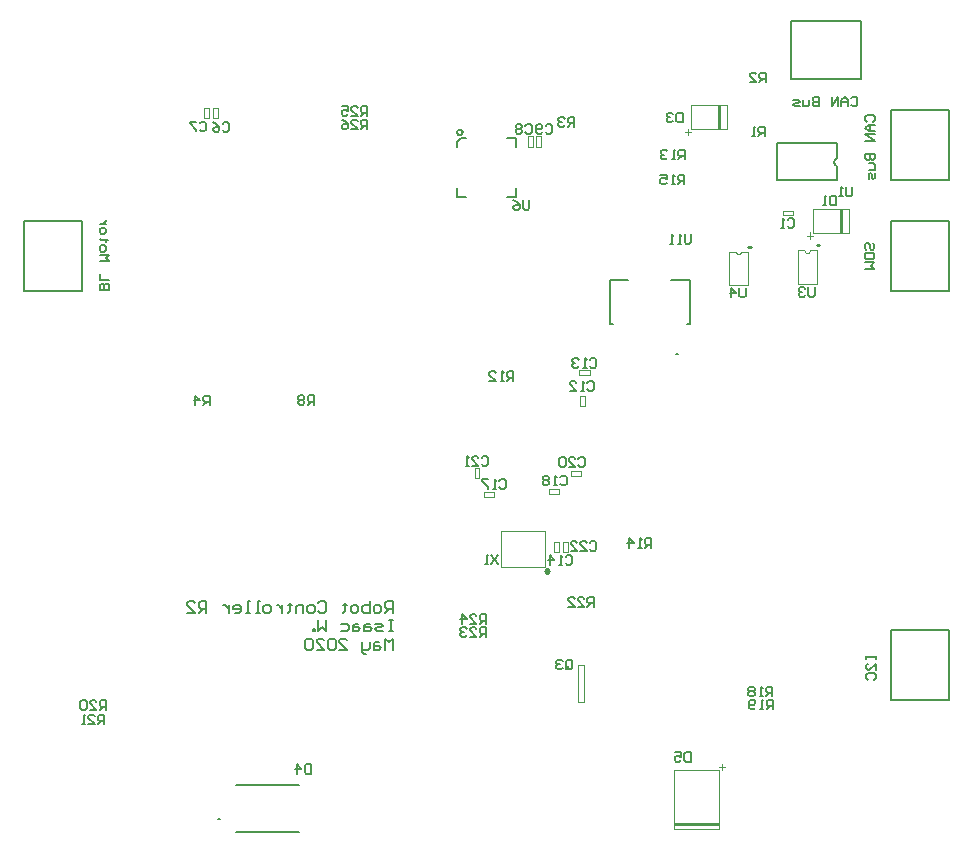
<source format=gbo>
G04*
G04 #@! TF.GenerationSoftware,Altium Limited,Altium Designer,20.1.8 (145)*
G04*
G04 Layer_Color=32896*
%FSLAX25Y25*%
%MOIN*%
G70*
G04*
G04 #@! TF.SameCoordinates,80DC2721-EA0D-41AB-A6B1-568E3CCDEEEF*
G04*
G04*
G04 #@! TF.FilePolarity,Positive*
G04*
G01*
G75*
%ADD10C,0.01000*%
%ADD11C,0.01000*%
%ADD12C,0.00787*%
%ADD13C,0.00394*%
%ADD14C,0.00700*%
%ADD15C,0.00197*%
%ADD16C,0.00600*%
%ADD17C,0.00500*%
%ADD169R,0.15000X0.01000*%
D10*
X276812Y228767D02*
X276141Y229438D01*
X275470Y228767D01*
X276141Y228096D01*
X276812Y228767D01*
X343996Y336811D02*
X343209D01*
X343996D01*
X366831Y337205D02*
X366043D01*
X366831D01*
D11*
X276341Y228767D02*
D03*
D12*
X372854Y366211D02*
X371970Y365844D01*
X371604Y364961D01*
X371970Y364077D01*
X372854Y363711D01*
X319843Y301189D02*
X319055D01*
X319843D01*
X167150Y145984D02*
X166362D01*
X167150D01*
X101868Y345325D02*
X121068D01*
X101868Y322025D02*
Y345325D01*
Y322025D02*
X121068D01*
Y345325D01*
X372854Y358931D02*
Y363711D01*
Y366211D02*
Y371431D01*
X352854D02*
X372854D01*
X352854Y358931D02*
Y371431D01*
Y358931D02*
X372854D01*
X390744Y322021D02*
Y345321D01*
X409944D01*
Y322021D02*
Y345321D01*
X390744Y322021D02*
X409944D01*
X390744Y185761D02*
Y209061D01*
X409944D01*
Y185761D02*
Y209061D01*
X390744Y185761D02*
X409944D01*
X357331Y392712D02*
X380631D01*
X357331D02*
Y411912D01*
X380631D01*
Y392712D02*
Y411912D01*
X390744Y358989D02*
Y382289D01*
X409944D01*
Y358989D02*
Y382289D01*
X390744Y358989D02*
X409944D01*
D13*
X339026Y335138D02*
X339493Y334328D01*
X340428D01*
X340896Y335138D01*
X361860Y335531D02*
X362328Y334722D01*
X363263D01*
X363730Y335531D01*
X260741Y242167D02*
X269833D01*
X266388D02*
X275441D01*
Y230167D02*
Y242167D01*
X260741Y230167D02*
X275441D01*
X260741D02*
Y242167D01*
X362669Y340474D02*
X364869D01*
X363769Y339374D02*
Y341574D01*
X364769Y341437D02*
Y343006D01*
Y341437D02*
X376869D01*
Y349311D01*
X364769D02*
X376869D01*
X364769Y343006D02*
Y349311D01*
X374369Y341437D02*
Y349174D01*
X374069Y341537D02*
Y349274D01*
X373769Y341537D02*
Y349274D01*
X340896Y335138D02*
X343209D01*
X336910Y323917D02*
X343209D01*
Y335138D01*
X336910Y323917D02*
Y335138D01*
X339026D01*
X363730Y335531D02*
X366043D01*
X359744Y324311D02*
X366043D01*
Y335531D01*
X359744Y324311D02*
Y335531D01*
X361860D01*
X321921Y375021D02*
X324121D01*
X323021Y373921D02*
Y376121D01*
X324021Y375984D02*
Y377554D01*
Y375984D02*
X336121D01*
Y383858D01*
X324021D02*
X336121D01*
X324021Y377554D02*
Y383858D01*
X333621Y375984D02*
Y383721D01*
X333321Y376084D02*
Y383821D01*
X333021Y376084D02*
Y383821D01*
X288360Y185140D02*
Y197440D01*
X286260Y185140D02*
X288360D01*
X286260D02*
Y197440D01*
X288360D01*
X318484Y143904D02*
X333484D01*
X325984Y142524D02*
X333484D01*
Y162284D01*
X318484D02*
X333484D01*
X318484Y142524D02*
Y162284D01*
Y142524D02*
X325984D01*
X334384Y162504D02*
Y164403D01*
X333384Y163504D02*
X335284D01*
D14*
X224595Y214837D02*
Y218636D01*
X222696D01*
X222063Y218003D01*
Y216736D01*
X222696Y216103D01*
X224595D01*
X223329D02*
X222063Y214837D01*
X220163D02*
X218897D01*
X218264Y215470D01*
Y216736D01*
X218897Y217370D01*
X220163D01*
X220796Y216736D01*
Y215470D01*
X220163Y214837D01*
X216998Y218636D02*
Y214837D01*
X215098D01*
X214465Y215470D01*
Y216103D01*
Y216736D01*
X215098Y217370D01*
X216998D01*
X212566Y214837D02*
X211300D01*
X210666Y215470D01*
Y216736D01*
X211300Y217370D01*
X212566D01*
X213199Y216736D01*
Y215470D01*
X212566Y214837D01*
X208767Y218003D02*
Y217370D01*
X209400D01*
X208134D01*
X208767D01*
Y215470D01*
X208134Y214837D01*
X199903Y218003D02*
X200536Y218636D01*
X201803D01*
X202436Y218003D01*
Y215470D01*
X201803Y214837D01*
X200536D01*
X199903Y215470D01*
X198004Y214837D02*
X196738D01*
X196105Y215470D01*
Y216736D01*
X196738Y217370D01*
X198004D01*
X198637Y216736D01*
Y215470D01*
X198004Y214837D01*
X194838D02*
Y217370D01*
X192939D01*
X192306Y216736D01*
Y214837D01*
X190406Y218003D02*
Y217370D01*
X191040D01*
X189773D01*
X190406D01*
Y215470D01*
X189773Y214837D01*
X187874Y217370D02*
Y214837D01*
Y216103D01*
X187241Y216736D01*
X186608Y217370D01*
X185975D01*
X183442Y214837D02*
X182176D01*
X181543Y215470D01*
Y216736D01*
X182176Y217370D01*
X183442D01*
X184075Y216736D01*
Y215470D01*
X183442Y214837D01*
X180276D02*
X179010D01*
X179643D01*
Y218636D01*
X180276D01*
X177111Y214837D02*
X175844D01*
X176478D01*
Y218636D01*
X177111D01*
X172046Y214837D02*
X173312D01*
X173945Y215470D01*
Y216736D01*
X173312Y217370D01*
X172046D01*
X171413Y216736D01*
Y216103D01*
X173945D01*
X170146Y217370D02*
Y214837D01*
Y216103D01*
X169513Y216736D01*
X168880Y217370D01*
X168247D01*
X162549Y214837D02*
Y218636D01*
X160649D01*
X160016Y218003D01*
Y216736D01*
X160649Y216103D01*
X162549D01*
X161282D02*
X160016Y214837D01*
X156217D02*
X158750D01*
X156217Y217370D01*
Y218003D01*
X156851Y218636D01*
X158117D01*
X158750Y218003D01*
X224595Y212397D02*
X223329D01*
X223962D01*
Y208598D01*
X224595D01*
X223329D01*
X221430D02*
X219530D01*
X218897Y209232D01*
X219530Y209865D01*
X220796D01*
X221430Y210498D01*
X220796Y211131D01*
X218897D01*
X216998D02*
X215732D01*
X215098Y210498D01*
Y208598D01*
X216998D01*
X217631Y209232D01*
X216998Y209865D01*
X215098D01*
X213199Y211131D02*
X211933D01*
X211300Y210498D01*
Y208598D01*
X213199D01*
X213832Y209232D01*
X213199Y209865D01*
X211300D01*
X207501Y211131D02*
X209400D01*
X210033Y210498D01*
Y209232D01*
X209400Y208598D01*
X207501D01*
X202436Y212397D02*
Y208598D01*
X201169Y209865D01*
X199903Y208598D01*
Y212397D01*
X198637Y208598D02*
Y209232D01*
X198004D01*
Y208598D01*
X198637D01*
X224595Y202360D02*
Y206159D01*
X223329Y204892D01*
X222063Y206159D01*
Y202360D01*
X220163Y204892D02*
X218897D01*
X218264Y204259D01*
Y202360D01*
X220163D01*
X220796Y202993D01*
X220163Y203626D01*
X218264D01*
X216998Y204892D02*
Y202993D01*
X216365Y202360D01*
X214465D01*
Y201727D01*
X215098Y201094D01*
X215732D01*
X214465Y202360D02*
Y204892D01*
X206868Y202360D02*
X209400D01*
X206868Y204892D01*
Y205526D01*
X207501Y206159D01*
X208767D01*
X209400Y205526D01*
X205601D02*
X204968Y206159D01*
X203702D01*
X203069Y205526D01*
Y202993D01*
X203702Y202360D01*
X204968D01*
X205601Y202993D01*
Y205526D01*
X199270Y202360D02*
X201803D01*
X199270Y204892D01*
Y205526D01*
X199903Y206159D01*
X201169D01*
X201803Y205526D01*
X198004D02*
X197371Y206159D01*
X196105D01*
X195471Y205526D01*
Y202993D01*
X196105Y202360D01*
X197371D01*
X198004Y202993D01*
Y205526D01*
D15*
X354698Y347232D02*
X358098D01*
Y348832D01*
X354698D02*
X358098D01*
X354698Y347232D02*
Y348832D01*
X271272Y370150D02*
Y373550D01*
X269672D02*
X271272D01*
X269672Y370150D02*
Y373550D01*
Y370150D02*
X271272D01*
X274127D02*
Y373550D01*
X272527D02*
X274127D01*
X272527Y370150D02*
Y373550D01*
Y370150D02*
X274127D01*
X164850Y379698D02*
Y383098D01*
Y379698D02*
X166450D01*
Y383098D01*
X164850D02*
X166450D01*
X161798Y379698D02*
Y383098D01*
Y379698D02*
X163398D01*
Y383098D01*
X161798D02*
X163398D01*
X284028Y260322D02*
X287428D01*
Y261922D01*
X284028D02*
X287428D01*
X284028Y260322D02*
Y261922D01*
X276745Y254515D02*
X280145D01*
Y256115D01*
X276745D02*
X280145D01*
X276745Y254515D02*
Y256115D01*
X254993Y255032D02*
X258393D01*
X254993Y253432D02*
Y255032D01*
Y253432D02*
X258393D01*
Y255032D01*
X282985Y235111D02*
Y238511D01*
X281385D02*
X282985D01*
X281385Y235111D02*
Y238511D01*
Y235111D02*
X282985D01*
X280131D02*
Y238511D01*
X278531D02*
X280131D01*
X278531Y235111D02*
Y238511D01*
Y235111D02*
X280131D01*
X286883Y295584D02*
X290283D01*
X286883Y293984D02*
Y295584D01*
Y293984D02*
X290283D01*
Y295584D01*
X288694Y283733D02*
Y287133D01*
X287094D02*
X288694D01*
X287094Y283733D02*
Y287133D01*
Y283733D02*
X288694D01*
X251956Y259619D02*
Y263019D01*
Y259619D02*
X253556D01*
Y263019D01*
X251956D02*
X253556D01*
D16*
X130177Y322352D02*
X126978D01*
Y323952D01*
X127511Y324485D01*
X128044D01*
X128577Y323952D01*
Y322352D01*
Y323952D01*
X129111Y324485D01*
X129644D01*
X130177Y323952D01*
Y322352D01*
Y325551D02*
X126978D01*
Y327684D01*
Y331949D02*
X130177D01*
X129111Y333015D01*
X130177Y334082D01*
X126978D01*
Y335681D02*
Y336747D01*
X127511Y337281D01*
X128577D01*
X129111Y336747D01*
Y335681D01*
X128577Y335148D01*
X127511D01*
X126978Y335681D01*
X129644Y338880D02*
X129111D01*
Y338347D01*
Y339413D01*
Y338880D01*
X127511D01*
X126978Y339413D01*
Y341546D02*
Y342612D01*
X127511Y343145D01*
X128577D01*
X129111Y342612D01*
Y341546D01*
X128577Y341013D01*
X127511D01*
X126978Y341546D01*
X129111Y344212D02*
X126978D01*
X128044D01*
X128577Y344745D01*
X129111Y345278D01*
Y345811D01*
X382561Y335850D02*
X382028Y336383D01*
Y337450D01*
X382561Y337983D01*
X383094D01*
X383627Y337450D01*
Y336383D01*
X384160Y335850D01*
X384694D01*
X385227Y336383D01*
Y337450D01*
X384694Y337983D01*
X382028Y334784D02*
X385227D01*
Y333184D01*
X384694Y332651D01*
X382561D01*
X382028Y333184D01*
Y334784D01*
Y331585D02*
X385227D01*
X384160Y330518D01*
X385227Y329452D01*
X382028D01*
X382421Y200483D02*
Y199416D01*
Y199950D01*
X385620D01*
Y200483D01*
Y199416D01*
Y195684D02*
Y197817D01*
X383488Y195684D01*
X382955D01*
X382421Y196217D01*
Y197284D01*
X382955Y197817D01*
Y192485D02*
X382421Y193018D01*
Y194085D01*
X382955Y194618D01*
X385087D01*
X385620Y194085D01*
Y193018D01*
X385087Y192485D01*
X382758Y378468D02*
X382225Y379001D01*
Y380068D01*
X382758Y380601D01*
X384891D01*
X385424Y380068D01*
Y379001D01*
X384891Y378468D01*
X385424Y377402D02*
X383291D01*
X382225Y376336D01*
X383291Y375269D01*
X385424D01*
X383824D01*
Y377402D01*
X385424Y374203D02*
X382225D01*
X385424Y372070D01*
X382225D01*
Y367805D02*
X385424D01*
Y366205D01*
X384891Y365672D01*
X384357D01*
X383824Y366205D01*
Y367805D01*
Y366205D01*
X383291Y365672D01*
X382758D01*
X382225Y366205D01*
Y367805D01*
X383291Y364606D02*
X384891D01*
X385424Y364073D01*
Y362473D01*
X383291D01*
X385424Y361407D02*
Y359807D01*
X384891Y359274D01*
X384357Y359807D01*
Y360874D01*
X383824Y361407D01*
X383291Y360874D01*
Y359274D01*
X377399Y386216D02*
X377932Y386749D01*
X378999D01*
X379532Y386216D01*
Y384083D01*
X378999Y383550D01*
X377932D01*
X377399Y384083D01*
X376333Y383550D02*
Y385683D01*
X375266Y386749D01*
X374200Y385683D01*
Y383550D01*
Y385150D01*
X376333D01*
X373134Y383550D02*
Y386749D01*
X371001Y383550D01*
Y386749D01*
X366736D02*
Y383550D01*
X365136D01*
X364603Y384083D01*
Y384617D01*
X365136Y385150D01*
X366736D01*
X365136D01*
X364603Y385683D01*
Y386216D01*
X365136Y386749D01*
X366736D01*
X363537Y385683D02*
Y384083D01*
X363004Y383550D01*
X361404D01*
Y385683D01*
X360338Y383550D02*
X358738D01*
X358205Y384083D01*
X358738Y384617D01*
X359805D01*
X360338Y385150D01*
X359805Y385683D01*
X358205D01*
X128535Y177534D02*
Y180733D01*
X126936D01*
X126403Y180200D01*
Y179134D01*
X126936Y178601D01*
X128535D01*
X127469D02*
X126403Y177534D01*
X123204D02*
X125336D01*
X123204Y179667D01*
Y180200D01*
X123737Y180733D01*
X124803D01*
X125336Y180200D01*
X122137Y177534D02*
X121071D01*
X121604D01*
Y180733D01*
X122137Y180200D01*
X216175Y375960D02*
Y379159D01*
X214575D01*
X214042Y378625D01*
Y377559D01*
X214575Y377026D01*
X216175D01*
X215108D02*
X214042Y375960D01*
X210843D02*
X212976D01*
X210843Y378092D01*
Y378625D01*
X211376Y379159D01*
X212443D01*
X212976Y378625D01*
X207644Y379159D02*
X208711Y378625D01*
X209777Y377559D01*
Y376493D01*
X209244Y375960D01*
X208177D01*
X207644Y376493D01*
Y377026D01*
X208177Y377559D01*
X209777D01*
X216175Y380389D02*
Y383588D01*
X214575D01*
X214042Y383054D01*
Y381988D01*
X214575Y381455D01*
X216175D01*
X215108D02*
X214042Y380389D01*
X210843D02*
X212976D01*
X210843Y382521D01*
Y383054D01*
X211376Y383588D01*
X212443D01*
X212976Y383054D01*
X207644Y383588D02*
X209777D01*
Y381988D01*
X208711Y382521D01*
X208177D01*
X207644Y381988D01*
Y380922D01*
X208177Y380389D01*
X209244D01*
X209777Y380922D01*
X259711Y234080D02*
X257579Y230881D01*
Y234080D02*
X259711Y230881D01*
X256512D02*
X255446D01*
X255979D01*
Y234080D01*
X256512Y233547D01*
X324100Y340999D02*
Y338333D01*
X323567Y337800D01*
X322500D01*
X321967Y338333D01*
Y340999D01*
X320901Y337800D02*
X319835D01*
X320368D01*
Y340999D01*
X320901Y340466D01*
X318235Y337800D02*
X317169D01*
X317702D01*
Y340999D01*
X318235Y340466D01*
X270185Y352289D02*
Y349623D01*
X269652Y349090D01*
X268586D01*
X268053Y349623D01*
Y352289D01*
X264854D02*
X265920Y351755D01*
X266986Y350689D01*
Y349623D01*
X266453Y349090D01*
X265387D01*
X264854Y349623D01*
Y350156D01*
X265387Y350689D01*
X266986D01*
X342331Y323056D02*
Y320390D01*
X341798Y319857D01*
X340732D01*
X340198Y320390D01*
Y323056D01*
X337533Y319857D02*
Y323056D01*
X339132Y321457D01*
X337000D01*
X365363Y323253D02*
Y320587D01*
X364829Y320054D01*
X363763D01*
X363230Y320587D01*
Y323253D01*
X362164Y322720D02*
X361631Y323253D01*
X360564D01*
X360031Y322720D01*
Y322187D01*
X360564Y321654D01*
X361097D01*
X360564D01*
X360031Y321120D01*
Y320587D01*
X360564Y320054D01*
X361631D01*
X362164Y320587D01*
X377822Y356816D02*
Y354150D01*
X377289Y353617D01*
X376222D01*
X375689Y354150D01*
Y356816D01*
X374623Y353617D02*
X373556D01*
X374090D01*
Y356816D01*
X374623Y356283D01*
X255742Y211097D02*
Y214296D01*
X254142D01*
X253609Y213763D01*
Y212697D01*
X254142Y212164D01*
X255742D01*
X254675D02*
X253609Y211097D01*
X250410D02*
X252543D01*
X250410Y213230D01*
Y213763D01*
X250943Y214296D01*
X252010D01*
X252543Y213763D01*
X247744Y211097D02*
Y214296D01*
X249344Y212697D01*
X247211D01*
X255742Y206767D02*
Y209966D01*
X254142D01*
X253609Y209433D01*
Y208366D01*
X254142Y207833D01*
X255742D01*
X254675D02*
X253609Y206767D01*
X250410D02*
X252543D01*
X250410Y208899D01*
Y209433D01*
X250943Y209966D01*
X252010D01*
X252543Y209433D01*
X249344D02*
X248811Y209966D01*
X247744D01*
X247211Y209433D01*
Y208899D01*
X247744Y208366D01*
X248277D01*
X247744D01*
X247211Y207833D01*
Y207300D01*
X247744Y206767D01*
X248811D01*
X249344Y207300D01*
X291667Y216806D02*
Y220005D01*
X290067D01*
X289534Y219472D01*
Y218406D01*
X290067Y217872D01*
X291667D01*
X290600D02*
X289534Y216806D01*
X286335D02*
X288468D01*
X286335Y218939D01*
Y219472D01*
X286868Y220005D01*
X287935D01*
X288468Y219472D01*
X283136Y216806D02*
X285269D01*
X283136Y218939D01*
Y219472D01*
X283669Y220005D01*
X284736D01*
X285269Y219472D01*
X129069Y182456D02*
Y185655D01*
X127469D01*
X126936Y185121D01*
Y184055D01*
X127469Y183522D01*
X129069D01*
X128002D02*
X126936Y182456D01*
X123737D02*
X125870D01*
X123737Y184588D01*
Y185121D01*
X124270Y185655D01*
X125336D01*
X125870Y185121D01*
X122670D02*
X122137Y185655D01*
X121071D01*
X120538Y185121D01*
Y182989D01*
X121071Y182456D01*
X122137D01*
X122670Y182989D01*
Y185121D01*
X351440Y182554D02*
Y185753D01*
X349840D01*
X349307Y185220D01*
Y184153D01*
X349840Y183620D01*
X351440D01*
X350373D02*
X349307Y182554D01*
X348241D02*
X347174D01*
X347708D01*
Y185753D01*
X348241Y185220D01*
X345575Y183087D02*
X345042Y182554D01*
X343975D01*
X343442Y183087D01*
Y185220D01*
X343975Y185753D01*
X345042D01*
X345575Y185220D01*
Y184687D01*
X345042Y184153D01*
X343442D01*
X351243Y186983D02*
Y190182D01*
X349643D01*
X349110Y189649D01*
Y188583D01*
X349643Y188049D01*
X351243D01*
X350177D02*
X349110Y186983D01*
X348044D02*
X346977D01*
X347511D01*
Y190182D01*
X348044Y189649D01*
X345378D02*
X344845Y190182D01*
X343778D01*
X343245Y189649D01*
Y189116D01*
X343778Y188583D01*
X343245Y188049D01*
Y187516D01*
X343778Y186983D01*
X344845D01*
X345378Y187516D01*
Y188049D01*
X344845Y188583D01*
X345378Y189116D01*
Y189649D01*
X344845Y188583D02*
X343778D01*
X321912Y357652D02*
Y360852D01*
X320313D01*
X319779Y360318D01*
Y359252D01*
X320313Y358719D01*
X321912D01*
X320846D02*
X319779Y357652D01*
X318713D02*
X317647D01*
X318180D01*
Y360852D01*
X318713Y360318D01*
X313915Y360852D02*
X316047D01*
Y359252D01*
X314981Y359785D01*
X314448D01*
X313915Y359252D01*
Y358186D01*
X314448Y357652D01*
X315514D01*
X316047Y358186D01*
X310790Y236393D02*
Y239592D01*
X309191D01*
X308657Y239058D01*
Y237992D01*
X309191Y237459D01*
X310790D01*
X309724D02*
X308657Y236393D01*
X307591D02*
X306525D01*
X307058D01*
Y239592D01*
X307591Y239058D01*
X303326Y236393D02*
Y239592D01*
X304925Y237992D01*
X302793D01*
X322010Y365920D02*
Y369119D01*
X320411D01*
X319878Y368586D01*
Y367520D01*
X320411Y366986D01*
X322010D01*
X320944D02*
X319878Y365920D01*
X318811D02*
X317745D01*
X318278D01*
Y369119D01*
X318811Y368586D01*
X316146D02*
X315613Y369119D01*
X314546D01*
X314013Y368586D01*
Y368053D01*
X314546Y367520D01*
X315079D01*
X314546D01*
X314013Y366986D01*
Y366453D01*
X314546Y365920D01*
X315613D01*
X316146Y366453D01*
X264900Y292000D02*
Y295199D01*
X263300D01*
X262767Y294666D01*
Y293600D01*
X263300Y293066D01*
X264900D01*
X263834D02*
X262767Y292000D01*
X261701D02*
X260635D01*
X261168D01*
Y295199D01*
X261701Y294666D01*
X256903Y292000D02*
X259035D01*
X256903Y294133D01*
Y294666D01*
X257436Y295199D01*
X258502D01*
X259035Y294666D01*
X198433Y284030D02*
Y287229D01*
X196834D01*
X196301Y286696D01*
Y285630D01*
X196834Y285097D01*
X198433D01*
X197367D02*
X196301Y284030D01*
X195235Y286696D02*
X194701Y287229D01*
X193635D01*
X193102Y286696D01*
Y286163D01*
X193635Y285630D01*
X193102Y285097D01*
Y284564D01*
X193635Y284030D01*
X194701D01*
X195235Y284564D01*
Y285097D01*
X194701Y285630D01*
X195235Y286163D01*
Y286696D01*
X194701Y285630D02*
X193635D01*
X163689Y283932D02*
Y287131D01*
X162090D01*
X161557Y286598D01*
Y285531D01*
X162090Y284998D01*
X163689D01*
X162623D02*
X161557Y283932D01*
X158891D02*
Y287131D01*
X160491Y285531D01*
X158358D01*
X285200Y376800D02*
Y379999D01*
X283600D01*
X283067Y379466D01*
Y378399D01*
X283600Y377866D01*
X285200D01*
X284134D02*
X283067Y376800D01*
X282001Y379466D02*
X281468Y379999D01*
X280401D01*
X279868Y379466D01*
Y378933D01*
X280401Y378399D01*
X280935D01*
X280401D01*
X279868Y377866D01*
Y377333D01*
X280401Y376800D01*
X281468D01*
X282001Y377333D01*
X349024Y391609D02*
Y394808D01*
X347425D01*
X346891Y394275D01*
Y393209D01*
X347425Y392675D01*
X349024D01*
X347958D02*
X346891Y391609D01*
X343692D02*
X345825D01*
X343692Y393742D01*
Y394275D01*
X344226Y394808D01*
X345292D01*
X345825Y394275D01*
X348688Y373597D02*
Y376796D01*
X347088D01*
X346555Y376263D01*
Y375197D01*
X347088Y374664D01*
X348688D01*
X347621D02*
X346555Y373597D01*
X345489D02*
X344423D01*
X344956D01*
Y376796D01*
X345489Y376263D01*
X282423Y196473D02*
Y198606D01*
X282956Y199139D01*
X284022D01*
X284556Y198606D01*
Y196473D01*
X284022Y195940D01*
X282956D01*
X283489Y197006D02*
X282423Y195940D01*
X282956D02*
X282423Y196473D01*
X281357Y198606D02*
X280823Y199139D01*
X279757D01*
X279224Y198606D01*
Y198073D01*
X279757Y197539D01*
X280290D01*
X279757D01*
X279224Y197006D01*
Y196473D01*
X279757Y195940D01*
X280823D01*
X281357Y196473D01*
X323926Y168233D02*
Y165034D01*
X322326D01*
X321793Y165568D01*
Y167700D01*
X322326Y168233D01*
X323926D01*
X318594D02*
X320727D01*
Y166634D01*
X319660Y167167D01*
X319127D01*
X318594Y166634D01*
Y165568D01*
X319127Y165034D01*
X320194D01*
X320727Y165568D01*
X197400Y164199D02*
Y161000D01*
X195800D01*
X195267Y161533D01*
Y163666D01*
X195800Y164199D01*
X197400D01*
X192602Y161000D02*
Y164199D01*
X194201Y162600D01*
X192068D01*
X321268Y381521D02*
Y378322D01*
X319669D01*
X319135Y378855D01*
Y380988D01*
X319669Y381521D01*
X321268D01*
X318069Y380988D02*
X317536Y381521D01*
X316470D01*
X315936Y380988D01*
Y380454D01*
X316470Y379921D01*
X317003D01*
X316470D01*
X315936Y379388D01*
Y378855D01*
X316470Y378322D01*
X317536D01*
X318069Y378855D01*
X372408Y353765D02*
Y350566D01*
X370809D01*
X370276Y351099D01*
Y353232D01*
X370809Y353765D01*
X372408D01*
X369209Y350566D02*
X368143D01*
X368676D01*
Y353765D01*
X369209Y353232D01*
X290322Y238074D02*
X290855Y238607D01*
X291921D01*
X292454Y238074D01*
Y235942D01*
X291921Y235408D01*
X290855D01*
X290322Y235942D01*
X287123Y235408D02*
X289255D01*
X287123Y237541D01*
Y238074D01*
X287656Y238607D01*
X288722D01*
X289255Y238074D01*
X283924Y235408D02*
X286056D01*
X283924Y237541D01*
Y238074D01*
X284457Y238607D01*
X285523D01*
X286056Y238074D01*
X254257Y266519D02*
X254790Y267052D01*
X255856D01*
X256390Y266519D01*
Y264386D01*
X255856Y263853D01*
X254790D01*
X254257Y264386D01*
X251058Y263853D02*
X253191D01*
X251058Y265986D01*
Y266519D01*
X251591Y267052D01*
X252658D01*
X253191Y266519D01*
X249992Y263853D02*
X248925D01*
X249459D01*
Y267052D01*
X249992Y266519D01*
X286581Y266027D02*
X287115Y266560D01*
X288181D01*
X288714Y266027D01*
Y263894D01*
X288181Y263361D01*
X287115D01*
X286581Y263894D01*
X283383Y263361D02*
X285515D01*
X283383Y265494D01*
Y266027D01*
X283916Y266560D01*
X284982D01*
X285515Y266027D01*
X282316D02*
X281783Y266560D01*
X280717D01*
X280184Y266027D01*
Y263894D01*
X280717Y263361D01*
X281783D01*
X282316Y263894D01*
Y266027D01*
X280508Y259925D02*
X281041Y260458D01*
X282107D01*
X282640Y259925D01*
Y257792D01*
X282107Y257259D01*
X281041D01*
X280508Y257792D01*
X279441Y257259D02*
X278375D01*
X278908D01*
Y260458D01*
X279441Y259925D01*
X276776D02*
X276242Y260458D01*
X275176D01*
X274643Y259925D01*
Y259391D01*
X275176Y258858D01*
X274643Y258325D01*
Y257792D01*
X275176Y257259D01*
X276242D01*
X276776Y257792D01*
Y258325D01*
X276242Y258858D01*
X276776Y259391D01*
Y259925D01*
X276242Y258858D02*
X275176D01*
X260232Y258744D02*
X260765Y259277D01*
X261832D01*
X262365Y258744D01*
Y256611D01*
X261832Y256078D01*
X260765D01*
X260232Y256611D01*
X259166Y256078D02*
X258100D01*
X258633D01*
Y259277D01*
X259166Y258744D01*
X256500Y259277D02*
X254367D01*
Y258744D01*
X256500Y256611D01*
Y256078D01*
X282279Y233448D02*
X282813Y233981D01*
X283879D01*
X284412Y233448D01*
Y231316D01*
X283879Y230782D01*
X282813D01*
X282279Y231316D01*
X281213Y230782D02*
X280147D01*
X280680D01*
Y233981D01*
X281213Y233448D01*
X276948Y230782D02*
Y233981D01*
X278547Y232382D01*
X276415D01*
X290350Y299098D02*
X290883Y299631D01*
X291950D01*
X292483Y299098D01*
Y296965D01*
X291950Y296432D01*
X290883D01*
X290350Y296965D01*
X289284Y296432D02*
X288218D01*
X288751D01*
Y299631D01*
X289284Y299098D01*
X286618D02*
X286085Y299631D01*
X285019D01*
X284486Y299098D01*
Y298565D01*
X285019Y298031D01*
X285552D01*
X285019D01*
X284486Y297498D01*
Y296965D01*
X285019Y296432D01*
X286085D01*
X286618Y296965D01*
X289563Y291421D02*
X290096Y291954D01*
X291162D01*
X291696Y291421D01*
Y289288D01*
X291162Y288755D01*
X290096D01*
X289563Y289288D01*
X288497Y288755D02*
X287430D01*
X287963D01*
Y291954D01*
X288497Y291421D01*
X283698Y288755D02*
X285831D01*
X283698Y290887D01*
Y291421D01*
X284231Y291954D01*
X285298D01*
X285831Y291421D01*
X275632Y377051D02*
X276165Y377584D01*
X277231D01*
X277764Y377051D01*
Y374918D01*
X277231Y374385D01*
X276165D01*
X275632Y374918D01*
X274565D02*
X274032Y374385D01*
X272966D01*
X272433Y374918D01*
Y377051D01*
X272966Y377584D01*
X274032D01*
X274565Y377051D01*
Y376517D01*
X274032Y375984D01*
X272433D01*
X268840Y377149D02*
X269373Y377682D01*
X270440D01*
X270973Y377149D01*
Y375016D01*
X270440Y374483D01*
X269373D01*
X268840Y375016D01*
X267774Y377149D02*
X267241Y377682D01*
X266174D01*
X265641Y377149D01*
Y376616D01*
X266174Y376083D01*
X265641Y375550D01*
Y375016D01*
X266174Y374483D01*
X267241D01*
X267774Y375016D01*
Y375550D01*
X267241Y376083D01*
X267774Y376616D01*
Y377149D01*
X267241Y376083D02*
X266174D01*
X160277Y377936D02*
X160810Y378470D01*
X161877D01*
X162410Y377936D01*
Y375804D01*
X161877Y375271D01*
X160810D01*
X160277Y375804D01*
X159211Y378470D02*
X157078D01*
Y377936D01*
X159211Y375804D01*
Y375271D01*
X167954Y377740D02*
X168488Y378273D01*
X169554D01*
X170087Y377740D01*
Y375607D01*
X169554Y375074D01*
X168488D01*
X167954Y375607D01*
X164755Y378273D02*
X165822Y377740D01*
X166888Y376673D01*
Y375607D01*
X166355Y375074D01*
X165289D01*
X164755Y375607D01*
Y376140D01*
X165289Y376673D01*
X166888D01*
X356299Y345751D02*
X356832Y346285D01*
X357899D01*
X358432Y345751D01*
Y343619D01*
X357899Y343086D01*
X356832D01*
X356299Y343619D01*
X355233Y343086D02*
X354167D01*
X354700D01*
Y346285D01*
X355233Y345751D01*
D17*
X248031Y375000D02*
X247539Y375852D01*
X246555D01*
X246063Y375000D01*
X246555Y374148D01*
X247539D01*
X248031Y375000D01*
X317362Y325728D02*
X323661D01*
X297205D02*
X303071D01*
X297205Y311083D02*
X298189D01*
X322638D02*
X323661D01*
X297205D02*
Y325728D01*
X323661Y311083D02*
Y325728D01*
X262795Y353346D02*
X265748D01*
Y356299D01*
Y370079D02*
Y373031D01*
X262795D02*
X265748D01*
X246063Y353346D02*
X249016D01*
X246063D02*
Y356299D01*
X247455Y373031D02*
X249016D01*
X246063Y371640D02*
X247455Y373031D01*
X246063Y370079D02*
Y371640D01*
X172327Y141713D02*
X193468D01*
X172327Y157343D02*
X193468D01*
D169*
X325984Y144404D02*
D03*
M02*

</source>
